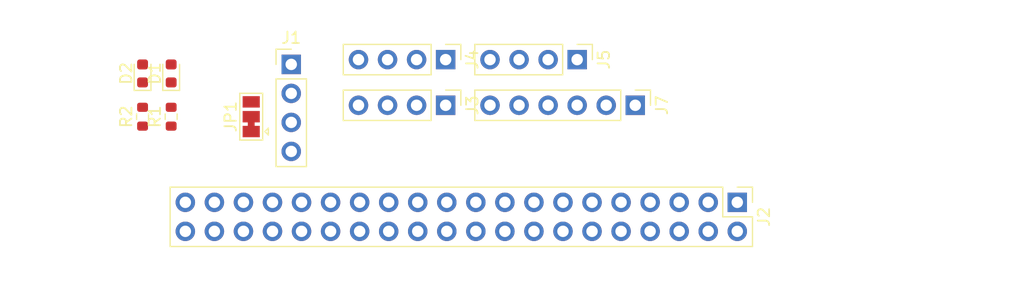
<source format=kicad_pcb>
(kicad_pcb (version 20171130) (host pcbnew 5.1.12-84ad8e8a86~92~ubuntu20.04.1)

  (general
    (thickness 1.6)
    (drawings 6)
    (tracks 0)
    (zones 0)
    (modules 11)
    (nets 36)
  )

  (page A4)
  (layers
    (0 F.Cu signal)
    (31 B.Cu signal)
    (32 B.Adhes user)
    (33 F.Adhes user)
    (34 B.Paste user)
    (35 F.Paste user)
    (36 B.SilkS user)
    (37 F.SilkS user)
    (38 B.Mask user)
    (39 F.Mask user)
    (40 Dwgs.User user)
    (41 Cmts.User user)
    (42 Eco1.User user)
    (43 Eco2.User user)
    (44 Edge.Cuts user)
    (45 Margin user)
    (46 B.CrtYd user)
    (47 F.CrtYd user)
    (48 B.Fab user)
    (49 F.Fab user)
  )

  (setup
    (last_trace_width 0.25)
    (trace_clearance 0.2)
    (zone_clearance 0.508)
    (zone_45_only no)
    (trace_min 0.2)
    (via_size 0.8)
    (via_drill 0.4)
    (via_min_size 0.4)
    (via_min_drill 0.3)
    (uvia_size 0.3)
    (uvia_drill 0.1)
    (uvias_allowed no)
    (uvia_min_size 0.2)
    (uvia_min_drill 0.1)
    (edge_width 0.05)
    (segment_width 0.2)
    (pcb_text_width 0.3)
    (pcb_text_size 1.5 1.5)
    (mod_edge_width 0.12)
    (mod_text_size 1 1)
    (mod_text_width 0.15)
    (pad_size 1.524 1.524)
    (pad_drill 0.762)
    (pad_to_mask_clearance 0)
    (aux_axis_origin 0 0)
    (visible_elements FFFFFF7F)
    (pcbplotparams
      (layerselection 0x010fc_ffffffff)
      (usegerberextensions false)
      (usegerberattributes true)
      (usegerberadvancedattributes true)
      (creategerberjobfile true)
      (excludeedgelayer true)
      (linewidth 0.100000)
      (plotframeref false)
      (viasonmask false)
      (mode 1)
      (useauxorigin false)
      (hpglpennumber 1)
      (hpglpenspeed 20)
      (hpglpendiameter 15.000000)
      (psnegative false)
      (psa4output false)
      (plotreference true)
      (plotvalue true)
      (plotinvisibletext false)
      (padsonsilk false)
      (subtractmaskfromsilk false)
      (outputformat 1)
      (mirror false)
      (drillshape 1)
      (scaleselection 1)
      (outputdirectory ""))
  )

  (net 0 "")
  (net 1 "Net-(D1-Pad2)")
  (net 2 "Net-(D1-Pad1)")
  (net 3 "Net-(D2-Pad2)")
  (net 4 "Net-(D2-Pad1)")
  (net 5 "Net-(J1-Pad4)")
  (net 6 GND)
  (net 7 "Net-(J1-Pad2)")
  (net 8 "Net-(J1-Pad1)")
  (net 9 "Net-(J2-Pad40)")
  (net 10 "Net-(J2-Pad38)")
  (net 11 "Net-(J2-Pad37)")
  (net 12 "Net-(J2-Pad36)")
  (net 13 "Net-(J2-Pad35)")
  (net 14 "Net-(J2-Pad32)")
  (net 15 "Net-(J2-Pad29)")
  (net 16 "Net-(J2-Pad28)")
  (net 17 "Net-(J2-Pad27)")
  (net 18 "Net-(J2-Pad26)")
  (net 19 "Net-(J2-Pad24)")
  (net 20 "Net-(J2-Pad23)")
  (net 21 "Net-(J2-Pad22)")
  (net 22 "Net-(J2-Pad21)")
  (net 23 "Net-(J2-Pad19)")
  (net 24 "Net-(J2-Pad18)")
  (net 25 +3V3)
  (net 26 "Net-(J2-Pad16)")
  (net 27 "Net-(J2-Pad15)")
  (net 28 "Net-(J2-Pad13)")
  (net 29 "Net-(J2-Pad12)")
  (net 30 "Net-(J2-Pad11)")
  (net 31 "Net-(J2-Pad7)")
  (net 32 "Net-(J2-Pad5)")
  (net 33 VCC)
  (net 34 "Net-(J2-Pad3)")
  (net 35 "Net-(J7-Pad1)")

  (net_class Default "This is the default net class."
    (clearance 0.2)
    (trace_width 0.25)
    (via_dia 0.8)
    (via_drill 0.4)
    (uvia_dia 0.3)
    (uvia_drill 0.1)
    (add_net +3V3)
    (add_net GND)
    (add_net "Net-(D1-Pad1)")
    (add_net "Net-(D1-Pad2)")
    (add_net "Net-(D2-Pad1)")
    (add_net "Net-(D2-Pad2)")
    (add_net "Net-(J1-Pad1)")
    (add_net "Net-(J1-Pad2)")
    (add_net "Net-(J1-Pad4)")
    (add_net "Net-(J2-Pad11)")
    (add_net "Net-(J2-Pad12)")
    (add_net "Net-(J2-Pad13)")
    (add_net "Net-(J2-Pad15)")
    (add_net "Net-(J2-Pad16)")
    (add_net "Net-(J2-Pad18)")
    (add_net "Net-(J2-Pad19)")
    (add_net "Net-(J2-Pad21)")
    (add_net "Net-(J2-Pad22)")
    (add_net "Net-(J2-Pad23)")
    (add_net "Net-(J2-Pad24)")
    (add_net "Net-(J2-Pad26)")
    (add_net "Net-(J2-Pad27)")
    (add_net "Net-(J2-Pad28)")
    (add_net "Net-(J2-Pad29)")
    (add_net "Net-(J2-Pad3)")
    (add_net "Net-(J2-Pad32)")
    (add_net "Net-(J2-Pad35)")
    (add_net "Net-(J2-Pad36)")
    (add_net "Net-(J2-Pad37)")
    (add_net "Net-(J2-Pad38)")
    (add_net "Net-(J2-Pad40)")
    (add_net "Net-(J2-Pad5)")
    (add_net "Net-(J2-Pad7)")
    (add_net "Net-(J7-Pad1)")
    (add_net VCC)
  )

  (module Resistor_SMD:R_0603_1608Metric (layer F.Cu) (tedit 5F68FEEE) (tstamp 62084520)
    (at 83 57.5 90)
    (descr "Resistor SMD 0603 (1608 Metric), square (rectangular) end terminal, IPC_7351 nominal, (Body size source: IPC-SM-782 page 72, https://www.pcb-3d.com/wordpress/wp-content/uploads/ipc-sm-782a_amendment_1_and_2.pdf), generated with kicad-footprint-generator")
    (tags resistor)
    (path /620A9E0D)
    (attr smd)
    (fp_text reference R2 (at 0 -1.43 90) (layer F.SilkS)
      (effects (font (size 1 1) (thickness 0.15)))
    )
    (fp_text value R (at 0 1.43 90) (layer F.Fab)
      (effects (font (size 1 1) (thickness 0.15)))
    )
    (fp_text user %R (at -1.5 0 180) (layer F.Fab)
      (effects (font (size 0.4 0.4) (thickness 0.06)))
    )
    (fp_line (start -0.8 0.4125) (end -0.8 -0.4125) (layer F.Fab) (width 0.1))
    (fp_line (start -0.8 -0.4125) (end 0.8 -0.4125) (layer F.Fab) (width 0.1))
    (fp_line (start 0.8 -0.4125) (end 0.8 0.4125) (layer F.Fab) (width 0.1))
    (fp_line (start 0.8 0.4125) (end -0.8 0.4125) (layer F.Fab) (width 0.1))
    (fp_line (start -0.237258 -0.5225) (end 0.237258 -0.5225) (layer F.SilkS) (width 0.12))
    (fp_line (start -0.237258 0.5225) (end 0.237258 0.5225) (layer F.SilkS) (width 0.12))
    (fp_line (start -1.48 0.73) (end -1.48 -0.73) (layer F.CrtYd) (width 0.05))
    (fp_line (start -1.48 -0.73) (end 1.48 -0.73) (layer F.CrtYd) (width 0.05))
    (fp_line (start 1.48 -0.73) (end 1.48 0.73) (layer F.CrtYd) (width 0.05))
    (fp_line (start 1.48 0.73) (end -1.48 0.73) (layer F.CrtYd) (width 0.05))
    (pad 2 smd roundrect (at 0.825 0 90) (size 0.8 0.95) (layers F.Cu F.Paste F.Mask) (roundrect_rratio 0.25)
      (net 4 "Net-(D2-Pad1)"))
    (pad 1 smd roundrect (at -0.825 0 90) (size 0.8 0.95) (layers F.Cu F.Paste F.Mask) (roundrect_rratio 0.25)
      (net 6 GND))
    (model ${KISYS3DMOD}/Resistor_SMD.3dshapes/R_0603_1608Metric.wrl
      (at (xyz 0 0 0))
      (scale (xyz 1 1 1))
      (rotate (xyz 0 0 0))
    )
  )

  (module Resistor_SMD:R_0603_1608Metric (layer F.Cu) (tedit 5F68FEEE) (tstamp 62083A5C)
    (at 85.5 57.5 90)
    (descr "Resistor SMD 0603 (1608 Metric), square (rectangular) end terminal, IPC_7351 nominal, (Body size source: IPC-SM-782 page 72, https://www.pcb-3d.com/wordpress/wp-content/uploads/ipc-sm-782a_amendment_1_and_2.pdf), generated with kicad-footprint-generator")
    (tags resistor)
    (path /620A6690)
    (attr smd)
    (fp_text reference R1 (at 0 -1.43 90) (layer F.SilkS)
      (effects (font (size 1 1) (thickness 0.15)))
    )
    (fp_text value R (at 0 1.43 90) (layer F.Fab)
      (effects (font (size 1 1) (thickness 0.15)))
    )
    (fp_text user %R (at 0 0 90) (layer F.Fab)
      (effects (font (size 0.4 0.4) (thickness 0.06)))
    )
    (fp_line (start -0.8 0.4125) (end -0.8 -0.4125) (layer F.Fab) (width 0.1))
    (fp_line (start -0.8 -0.4125) (end 0.8 -0.4125) (layer F.Fab) (width 0.1))
    (fp_line (start 0.8 -0.4125) (end 0.8 0.4125) (layer F.Fab) (width 0.1))
    (fp_line (start 0.8 0.4125) (end -0.8 0.4125) (layer F.Fab) (width 0.1))
    (fp_line (start -0.237258 -0.5225) (end 0.237258 -0.5225) (layer F.SilkS) (width 0.12))
    (fp_line (start -0.237258 0.5225) (end 0.237258 0.5225) (layer F.SilkS) (width 0.12))
    (fp_line (start -1.48 0.73) (end -1.48 -0.73) (layer F.CrtYd) (width 0.05))
    (fp_line (start -1.48 -0.73) (end 1.48 -0.73) (layer F.CrtYd) (width 0.05))
    (fp_line (start 1.48 -0.73) (end 1.48 0.73) (layer F.CrtYd) (width 0.05))
    (fp_line (start 1.48 0.73) (end -1.48 0.73) (layer F.CrtYd) (width 0.05))
    (pad 2 smd roundrect (at 0.825 0 90) (size 0.8 0.95) (layers F.Cu F.Paste F.Mask) (roundrect_rratio 0.25)
      (net 2 "Net-(D1-Pad1)"))
    (pad 1 smd roundrect (at -0.825 0 90) (size 0.8 0.95) (layers F.Cu F.Paste F.Mask) (roundrect_rratio 0.25)
      (net 6 GND))
    (model ${KISYS3DMOD}/Resistor_SMD.3dshapes/R_0603_1608Metric.wrl
      (at (xyz 0 0 0))
      (scale (xyz 1 1 1))
      (rotate (xyz 0 0 0))
    )
  )

  (module Jumper:SolderJumper-3_P1.3mm_Bridged12_Pad1.0x1.5mm (layer F.Cu) (tedit 5C756B4C) (tstamp 62083A4B)
    (at 92.5 57.5 90)
    (descr "SMD Solder 3-pad Jumper, 1x1.5mm Pads, 0.3mm gap, pads 1-2 bridged with 1 copper strip")
    (tags "solder jumper open")
    (path /62068CB6)
    (attr virtual)
    (fp_text reference JP1 (at 0 -1.8 90) (layer F.SilkS)
      (effects (font (size 1 1) (thickness 0.15)))
    )
    (fp_text value SolderJumper_3_Bridged12 (at 0 2 90) (layer F.Fab)
      (effects (font (size 1 1) (thickness 0.15)))
    )
    (fp_line (start -1.3 1.2) (end -1 1.5) (layer F.SilkS) (width 0.12))
    (fp_line (start -1.6 1.5) (end -1 1.5) (layer F.SilkS) (width 0.12))
    (fp_line (start -1.3 1.2) (end -1.6 1.5) (layer F.SilkS) (width 0.12))
    (fp_line (start -2.05 1) (end -2.05 -1) (layer F.SilkS) (width 0.12))
    (fp_line (start 2.05 1) (end -2.05 1) (layer F.SilkS) (width 0.12))
    (fp_line (start 2.05 -1) (end 2.05 1) (layer F.SilkS) (width 0.12))
    (fp_line (start -2.05 -1) (end 2.05 -1) (layer F.SilkS) (width 0.12))
    (fp_line (start -2.3 -1.25) (end 2.3 -1.25) (layer F.CrtYd) (width 0.05))
    (fp_line (start -2.3 -1.25) (end -2.3 1.25) (layer F.CrtYd) (width 0.05))
    (fp_line (start 2.3 1.25) (end 2.3 -1.25) (layer F.CrtYd) (width 0.05))
    (fp_line (start 2.3 1.25) (end -2.3 1.25) (layer F.CrtYd) (width 0.05))
    (fp_poly (pts (xy -0.9 -0.3) (xy -0.4 -0.3) (xy -0.4 0.3) (xy -0.9 0.3)) (layer F.Cu) (width 0))
    (pad 2 smd rect (at 0 0 90) (size 1 1.5) (layers F.Cu F.Mask)
      (net 5 "Net-(J1-Pad4)"))
    (pad 3 smd rect (at 1.3 0 90) (size 1 1.5) (layers F.Cu F.Mask)
      (net 25 +3V3))
    (pad 1 smd rect (at -1.3 0 90) (size 1 1.5) (layers F.Cu F.Mask)
      (net 33 VCC))
  )

  (module Connector_PinHeader_2.54mm:PinHeader_1x06_P2.54mm_Vertical (layer F.Cu) (tedit 59FED5CC) (tstamp 62083DDD)
    (at 126.08 56.5 270)
    (descr "Through hole straight pin header, 1x06, 2.54mm pitch, single row")
    (tags "Through hole pin header THT 1x06 2.54mm single row")
    (path /62031878)
    (fp_text reference J7 (at 0 -2.33 90) (layer F.SilkS)
      (effects (font (size 1 1) (thickness 0.15)))
    )
    (fp_text value Conn_01x06 (at 0 15.03 90) (layer F.Fab)
      (effects (font (size 1 1) (thickness 0.15)))
    )
    (fp_text user %R (at 0 6.35) (layer F.Fab)
      (effects (font (size 1 1) (thickness 0.15)))
    )
    (fp_line (start -0.635 -1.27) (end 1.27 -1.27) (layer F.Fab) (width 0.1))
    (fp_line (start 1.27 -1.27) (end 1.27 13.97) (layer F.Fab) (width 0.1))
    (fp_line (start 1.27 13.97) (end -1.27 13.97) (layer F.Fab) (width 0.1))
    (fp_line (start -1.27 13.97) (end -1.27 -0.635) (layer F.Fab) (width 0.1))
    (fp_line (start -1.27 -0.635) (end -0.635 -1.27) (layer F.Fab) (width 0.1))
    (fp_line (start -1.33 14.03) (end 1.33 14.03) (layer F.SilkS) (width 0.12))
    (fp_line (start -1.33 1.27) (end -1.33 14.03) (layer F.SilkS) (width 0.12))
    (fp_line (start 1.33 1.27) (end 1.33 14.03) (layer F.SilkS) (width 0.12))
    (fp_line (start -1.33 1.27) (end 1.33 1.27) (layer F.SilkS) (width 0.12))
    (fp_line (start -1.33 0) (end -1.33 -1.33) (layer F.SilkS) (width 0.12))
    (fp_line (start -1.33 -1.33) (end 0 -1.33) (layer F.SilkS) (width 0.12))
    (fp_line (start -1.8 -1.8) (end -1.8 14.5) (layer F.CrtYd) (width 0.05))
    (fp_line (start -1.8 14.5) (end 1.8 14.5) (layer F.CrtYd) (width 0.05))
    (fp_line (start 1.8 14.5) (end 1.8 -1.8) (layer F.CrtYd) (width 0.05))
    (fp_line (start 1.8 -1.8) (end -1.8 -1.8) (layer F.CrtYd) (width 0.05))
    (pad 6 thru_hole oval (at 0 12.7 270) (size 1.7 1.7) (drill 1) (layers *.Cu *.Mask)
      (net 6 GND))
    (pad 5 thru_hole oval (at 0 10.16 270) (size 1.7 1.7) (drill 1) (layers *.Cu *.Mask)
      (net 25 +3V3))
    (pad 4 thru_hole oval (at 0 7.62 270) (size 1.7 1.7) (drill 1) (layers *.Cu *.Mask)
      (net 32 "Net-(J2-Pad5)"))
    (pad 3 thru_hole oval (at 0 5.08 270) (size 1.7 1.7) (drill 1) (layers *.Cu *.Mask)
      (net 34 "Net-(J2-Pad3)"))
    (pad 2 thru_hole oval (at 0 2.54 270) (size 1.7 1.7) (drill 1) (layers *.Cu *.Mask)
      (net 6 GND))
    (pad 1 thru_hole rect (at 0 0 270) (size 1.7 1.7) (drill 1) (layers *.Cu *.Mask)
      (net 35 "Net-(J7-Pad1)"))
    (model ${KISYS3DMOD}/Connector_PinHeader_2.54mm.3dshapes/PinHeader_1x06_P2.54mm_Vertical.wrl
      (at (xyz 0 0 0))
      (scale (xyz 1 1 1))
      (rotate (xyz 0 0 0))
    )
  )

  (module Connector_PinHeader_2.54mm:PinHeader_1x04_P2.54mm_Vertical (layer F.Cu) (tedit 59FED5CC) (tstamp 62083A06)
    (at 121 52.5 270)
    (descr "Through hole straight pin header, 1x04, 2.54mm pitch, single row")
    (tags "Through hole pin header THT 1x04 2.54mm single row")
    (path /6202CBF7)
    (fp_text reference J5 (at 0 -2.33 90) (layer F.SilkS)
      (effects (font (size 1 1) (thickness 0.15)))
    )
    (fp_text value Conn_01x04 (at 0 9.95 90) (layer F.Fab)
      (effects (font (size 1 1) (thickness 0.15)))
    )
    (fp_text user %R (at 0 3.81) (layer F.Fab)
      (effects (font (size 1 1) (thickness 0.15)))
    )
    (fp_line (start -0.635 -1.27) (end 1.27 -1.27) (layer F.Fab) (width 0.1))
    (fp_line (start 1.27 -1.27) (end 1.27 8.89) (layer F.Fab) (width 0.1))
    (fp_line (start 1.27 8.89) (end -1.27 8.89) (layer F.Fab) (width 0.1))
    (fp_line (start -1.27 8.89) (end -1.27 -0.635) (layer F.Fab) (width 0.1))
    (fp_line (start -1.27 -0.635) (end -0.635 -1.27) (layer F.Fab) (width 0.1))
    (fp_line (start -1.33 8.95) (end 1.33 8.95) (layer F.SilkS) (width 0.12))
    (fp_line (start -1.33 1.27) (end -1.33 8.95) (layer F.SilkS) (width 0.12))
    (fp_line (start 1.33 1.27) (end 1.33 8.95) (layer F.SilkS) (width 0.12))
    (fp_line (start -1.33 1.27) (end 1.33 1.27) (layer F.SilkS) (width 0.12))
    (fp_line (start -1.33 0) (end -1.33 -1.33) (layer F.SilkS) (width 0.12))
    (fp_line (start -1.33 -1.33) (end 0 -1.33) (layer F.SilkS) (width 0.12))
    (fp_line (start -1.8 -1.8) (end -1.8 9.4) (layer F.CrtYd) (width 0.05))
    (fp_line (start -1.8 9.4) (end 1.8 9.4) (layer F.CrtYd) (width 0.05))
    (fp_line (start 1.8 9.4) (end 1.8 -1.8) (layer F.CrtYd) (width 0.05))
    (fp_line (start 1.8 -1.8) (end -1.8 -1.8) (layer F.CrtYd) (width 0.05))
    (pad 4 thru_hole oval (at 0 7.62 270) (size 1.7 1.7) (drill 1) (layers *.Cu *.Mask)
      (net 6 GND))
    (pad 3 thru_hole oval (at 0 5.08 270) (size 1.7 1.7) (drill 1) (layers *.Cu *.Mask)
      (net 25 +3V3))
    (pad 2 thru_hole oval (at 0 2.54 270) (size 1.7 1.7) (drill 1) (layers *.Cu *.Mask)
      (net 32 "Net-(J2-Pad5)"))
    (pad 1 thru_hole rect (at 0 0 270) (size 1.7 1.7) (drill 1) (layers *.Cu *.Mask)
      (net 34 "Net-(J2-Pad3)"))
    (model ${KISYS3DMOD}/Connector_PinHeader_2.54mm.3dshapes/PinHeader_1x04_P2.54mm_Vertical.wrl
      (at (xyz 0 0 0))
      (scale (xyz 1 1 1))
      (rotate (xyz 0 0 0))
    )
  )

  (module Connector_PinHeader_2.54mm:PinHeader_1x04_P2.54mm_Vertical (layer F.Cu) (tedit 59FED5CC) (tstamp 6208500A)
    (at 109.5 52.5 270)
    (descr "Through hole straight pin header, 1x04, 2.54mm pitch, single row")
    (tags "Through hole pin header THT 1x04 2.54mm single row")
    (path /6202C626)
    (fp_text reference J4 (at 0 -2.33 90) (layer F.SilkS)
      (effects (font (size 1 1) (thickness 0.15)))
    )
    (fp_text value Conn_01x04 (at 0 9.95 90) (layer F.Fab)
      (effects (font (size 1 1) (thickness 0.15)))
    )
    (fp_text user %R (at 0 3.81) (layer F.Fab)
      (effects (font (size 1 1) (thickness 0.15)))
    )
    (fp_line (start -0.635 -1.27) (end 1.27 -1.27) (layer F.Fab) (width 0.1))
    (fp_line (start 1.27 -1.27) (end 1.27 8.89) (layer F.Fab) (width 0.1))
    (fp_line (start 1.27 8.89) (end -1.27 8.89) (layer F.Fab) (width 0.1))
    (fp_line (start -1.27 8.89) (end -1.27 -0.635) (layer F.Fab) (width 0.1))
    (fp_line (start -1.27 -0.635) (end -0.635 -1.27) (layer F.Fab) (width 0.1))
    (fp_line (start -1.33 8.95) (end 1.33 8.95) (layer F.SilkS) (width 0.12))
    (fp_line (start -1.33 1.27) (end -1.33 8.95) (layer F.SilkS) (width 0.12))
    (fp_line (start 1.33 1.27) (end 1.33 8.95) (layer F.SilkS) (width 0.12))
    (fp_line (start -1.33 1.27) (end 1.33 1.27) (layer F.SilkS) (width 0.12))
    (fp_line (start -1.33 0) (end -1.33 -1.33) (layer F.SilkS) (width 0.12))
    (fp_line (start -1.33 -1.33) (end 0 -1.33) (layer F.SilkS) (width 0.12))
    (fp_line (start -1.8 -1.8) (end -1.8 9.4) (layer F.CrtYd) (width 0.05))
    (fp_line (start -1.8 9.4) (end 1.8 9.4) (layer F.CrtYd) (width 0.05))
    (fp_line (start 1.8 9.4) (end 1.8 -1.8) (layer F.CrtYd) (width 0.05))
    (fp_line (start 1.8 -1.8) (end -1.8 -1.8) (layer F.CrtYd) (width 0.05))
    (pad 4 thru_hole oval (at 0 7.62 270) (size 1.7 1.7) (drill 1) (layers *.Cu *.Mask)
      (net 6 GND))
    (pad 3 thru_hole oval (at 0 5.08 270) (size 1.7 1.7) (drill 1) (layers *.Cu *.Mask)
      (net 25 +3V3))
    (pad 2 thru_hole oval (at 0 2.54 270) (size 1.7 1.7) (drill 1) (layers *.Cu *.Mask)
      (net 16 "Net-(J2-Pad28)"))
    (pad 1 thru_hole rect (at 0 0 270) (size 1.7 1.7) (drill 1) (layers *.Cu *.Mask)
      (net 17 "Net-(J2-Pad27)"))
    (model ${KISYS3DMOD}/Connector_PinHeader_2.54mm.3dshapes/PinHeader_1x04_P2.54mm_Vertical.wrl
      (at (xyz 0 0 0))
      (scale (xyz 1 1 1))
      (rotate (xyz 0 0 0))
    )
  )

  (module Connector_PinHeader_2.54mm:PinHeader_1x04_P2.54mm_Vertical (layer F.Cu) (tedit 59FED5CC) (tstamp 62084057)
    (at 109.5 56.5 270)
    (descr "Through hole straight pin header, 1x04, 2.54mm pitch, single row")
    (tags "Through hole pin header THT 1x04 2.54mm single row")
    (path /6209687E)
    (fp_text reference J3 (at 0 -2.33 90) (layer F.SilkS)
      (effects (font (size 1 1) (thickness 0.15)))
    )
    (fp_text value Conn_01x04 (at 0 9.95 90) (layer F.Fab)
      (effects (font (size 1 1) (thickness 0.15)))
    )
    (fp_text user %R (at 0 3.81) (layer F.Fab)
      (effects (font (size 1 1) (thickness 0.15)))
    )
    (fp_line (start -0.635 -1.27) (end 1.27 -1.27) (layer F.Fab) (width 0.1))
    (fp_line (start 1.27 -1.27) (end 1.27 8.89) (layer F.Fab) (width 0.1))
    (fp_line (start 1.27 8.89) (end -1.27 8.89) (layer F.Fab) (width 0.1))
    (fp_line (start -1.27 8.89) (end -1.27 -0.635) (layer F.Fab) (width 0.1))
    (fp_line (start -1.27 -0.635) (end -0.635 -1.27) (layer F.Fab) (width 0.1))
    (fp_line (start -1.33 8.95) (end 1.33 8.95) (layer F.SilkS) (width 0.12))
    (fp_line (start -1.33 1.27) (end -1.33 8.95) (layer F.SilkS) (width 0.12))
    (fp_line (start 1.33 1.27) (end 1.33 8.95) (layer F.SilkS) (width 0.12))
    (fp_line (start -1.33 1.27) (end 1.33 1.27) (layer F.SilkS) (width 0.12))
    (fp_line (start -1.33 0) (end -1.33 -1.33) (layer F.SilkS) (width 0.12))
    (fp_line (start -1.33 -1.33) (end 0 -1.33) (layer F.SilkS) (width 0.12))
    (fp_line (start -1.8 -1.8) (end -1.8 9.4) (layer F.CrtYd) (width 0.05))
    (fp_line (start -1.8 9.4) (end 1.8 9.4) (layer F.CrtYd) (width 0.05))
    (fp_line (start 1.8 9.4) (end 1.8 -1.8) (layer F.CrtYd) (width 0.05))
    (fp_line (start 1.8 -1.8) (end -1.8 -1.8) (layer F.CrtYd) (width 0.05))
    (pad 4 thru_hole oval (at 0 7.62 270) (size 1.7 1.7) (drill 1) (layers *.Cu *.Mask)
      (net 6 GND))
    (pad 3 thru_hole oval (at 0 5.08 270) (size 1.7 1.7) (drill 1) (layers *.Cu *.Mask)
      (net 25 +3V3))
    (pad 2 thru_hole oval (at 0 2.54 270) (size 1.7 1.7) (drill 1) (layers *.Cu *.Mask)
      (net 16 "Net-(J2-Pad28)"))
    (pad 1 thru_hole rect (at 0 0 270) (size 1.7 1.7) (drill 1) (layers *.Cu *.Mask)
      (net 17 "Net-(J2-Pad27)"))
    (model ${KISYS3DMOD}/Connector_PinHeader_2.54mm.3dshapes/PinHeader_1x04_P2.54mm_Vertical.wrl
      (at (xyz 0 0 0))
      (scale (xyz 1 1 1))
      (rotate (xyz 0 0 0))
    )
  )

  (module Connector_PinHeader_2.54mm:PinHeader_2x20_P2.54mm_Vertical (layer F.Cu) (tedit 59FED5CC) (tstamp 620839BE)
    (at 135 65 270)
    (descr "Through hole straight pin header, 2x20, 2.54mm pitch, double rows")
    (tags "Through hole pin header THT 2x20 2.54mm double row")
    (path /616B03D3)
    (fp_text reference J2 (at 1.27 -2.33 90) (layer F.SilkS)
      (effects (font (size 1 1) (thickness 0.15)))
    )
    (fp_text value jetson_nano (at 1.27 50.59 90) (layer F.Fab)
      (effects (font (size 1 1) (thickness 0.15)))
    )
    (fp_text user %R (at 1.27 24.13) (layer F.Fab)
      (effects (font (size 1 1) (thickness 0.15)))
    )
    (fp_line (start 0 -1.27) (end 3.81 -1.27) (layer F.Fab) (width 0.1))
    (fp_line (start 3.81 -1.27) (end 3.81 49.53) (layer F.Fab) (width 0.1))
    (fp_line (start 3.81 49.53) (end -1.27 49.53) (layer F.Fab) (width 0.1))
    (fp_line (start -1.27 49.53) (end -1.27 0) (layer F.Fab) (width 0.1))
    (fp_line (start -1.27 0) (end 0 -1.27) (layer F.Fab) (width 0.1))
    (fp_line (start -1.33 49.59) (end 3.87 49.59) (layer F.SilkS) (width 0.12))
    (fp_line (start -1.33 1.27) (end -1.33 49.59) (layer F.SilkS) (width 0.12))
    (fp_line (start 3.87 -1.33) (end 3.87 49.59) (layer F.SilkS) (width 0.12))
    (fp_line (start -1.33 1.27) (end 1.27 1.27) (layer F.SilkS) (width 0.12))
    (fp_line (start 1.27 1.27) (end 1.27 -1.33) (layer F.SilkS) (width 0.12))
    (fp_line (start 1.27 -1.33) (end 3.87 -1.33) (layer F.SilkS) (width 0.12))
    (fp_line (start -1.33 0) (end -1.33 -1.33) (layer F.SilkS) (width 0.12))
    (fp_line (start -1.33 -1.33) (end 0 -1.33) (layer F.SilkS) (width 0.12))
    (fp_line (start -1.8 -1.8) (end -1.8 50.05) (layer F.CrtYd) (width 0.05))
    (fp_line (start -1.8 50.05) (end 4.35 50.05) (layer F.CrtYd) (width 0.05))
    (fp_line (start 4.35 50.05) (end 4.35 -1.8) (layer F.CrtYd) (width 0.05))
    (fp_line (start 4.35 -1.8) (end -1.8 -1.8) (layer F.CrtYd) (width 0.05))
    (pad 40 thru_hole oval (at 2.54 48.26 270) (size 1.7 1.7) (drill 1) (layers *.Cu *.Mask)
      (net 9 "Net-(J2-Pad40)"))
    (pad 39 thru_hole oval (at 0 48.26 270) (size 1.7 1.7) (drill 1) (layers *.Cu *.Mask)
      (net 6 GND))
    (pad 38 thru_hole oval (at 2.54 45.72 270) (size 1.7 1.7) (drill 1) (layers *.Cu *.Mask)
      (net 10 "Net-(J2-Pad38)"))
    (pad 37 thru_hole oval (at 0 45.72 270) (size 1.7 1.7) (drill 1) (layers *.Cu *.Mask)
      (net 11 "Net-(J2-Pad37)"))
    (pad 36 thru_hole oval (at 2.54 43.18 270) (size 1.7 1.7) (drill 1) (layers *.Cu *.Mask)
      (net 12 "Net-(J2-Pad36)"))
    (pad 35 thru_hole oval (at 0 43.18 270) (size 1.7 1.7) (drill 1) (layers *.Cu *.Mask)
      (net 13 "Net-(J2-Pad35)"))
    (pad 34 thru_hole oval (at 2.54 40.64 270) (size 1.7 1.7) (drill 1) (layers *.Cu *.Mask)
      (net 6 GND))
    (pad 33 thru_hole oval (at 0 40.64 270) (size 1.7 1.7) (drill 1) (layers *.Cu *.Mask)
      (net 1 "Net-(D1-Pad2)"))
    (pad 32 thru_hole oval (at 2.54 38.1 270) (size 1.7 1.7) (drill 1) (layers *.Cu *.Mask)
      (net 14 "Net-(J2-Pad32)"))
    (pad 31 thru_hole oval (at 0 38.1 270) (size 1.7 1.7) (drill 1) (layers *.Cu *.Mask)
      (net 3 "Net-(D2-Pad2)"))
    (pad 30 thru_hole oval (at 2.54 35.56 270) (size 1.7 1.7) (drill 1) (layers *.Cu *.Mask)
      (net 6 GND))
    (pad 29 thru_hole oval (at 0 35.56 270) (size 1.7 1.7) (drill 1) (layers *.Cu *.Mask)
      (net 15 "Net-(J2-Pad29)"))
    (pad 28 thru_hole oval (at 2.54 33.02 270) (size 1.7 1.7) (drill 1) (layers *.Cu *.Mask)
      (net 16 "Net-(J2-Pad28)"))
    (pad 27 thru_hole oval (at 0 33.02 270) (size 1.7 1.7) (drill 1) (layers *.Cu *.Mask)
      (net 17 "Net-(J2-Pad27)"))
    (pad 26 thru_hole oval (at 2.54 30.48 270) (size 1.7 1.7) (drill 1) (layers *.Cu *.Mask)
      (net 18 "Net-(J2-Pad26)"))
    (pad 25 thru_hole oval (at 0 30.48 270) (size 1.7 1.7) (drill 1) (layers *.Cu *.Mask)
      (net 6 GND))
    (pad 24 thru_hole oval (at 2.54 27.94 270) (size 1.7 1.7) (drill 1) (layers *.Cu *.Mask)
      (net 19 "Net-(J2-Pad24)"))
    (pad 23 thru_hole oval (at 0 27.94 270) (size 1.7 1.7) (drill 1) (layers *.Cu *.Mask)
      (net 20 "Net-(J2-Pad23)"))
    (pad 22 thru_hole oval (at 2.54 25.4 270) (size 1.7 1.7) (drill 1) (layers *.Cu *.Mask)
      (net 21 "Net-(J2-Pad22)"))
    (pad 21 thru_hole oval (at 0 25.4 270) (size 1.7 1.7) (drill 1) (layers *.Cu *.Mask)
      (net 22 "Net-(J2-Pad21)"))
    (pad 20 thru_hole oval (at 2.54 22.86 270) (size 1.7 1.7) (drill 1) (layers *.Cu *.Mask)
      (net 6 GND))
    (pad 19 thru_hole oval (at 0 22.86 270) (size 1.7 1.7) (drill 1) (layers *.Cu *.Mask)
      (net 23 "Net-(J2-Pad19)"))
    (pad 18 thru_hole oval (at 2.54 20.32 270) (size 1.7 1.7) (drill 1) (layers *.Cu *.Mask)
      (net 24 "Net-(J2-Pad18)"))
    (pad 17 thru_hole oval (at 0 20.32 270) (size 1.7 1.7) (drill 1) (layers *.Cu *.Mask)
      (net 25 +3V3))
    (pad 16 thru_hole oval (at 2.54 17.78 270) (size 1.7 1.7) (drill 1) (layers *.Cu *.Mask)
      (net 26 "Net-(J2-Pad16)"))
    (pad 15 thru_hole oval (at 0 17.78 270) (size 1.7 1.7) (drill 1) (layers *.Cu *.Mask)
      (net 27 "Net-(J2-Pad15)"))
    (pad 14 thru_hole oval (at 2.54 15.24 270) (size 1.7 1.7) (drill 1) (layers *.Cu *.Mask)
      (net 6 GND))
    (pad 13 thru_hole oval (at 0 15.24 270) (size 1.7 1.7) (drill 1) (layers *.Cu *.Mask)
      (net 28 "Net-(J2-Pad13)"))
    (pad 12 thru_hole oval (at 2.54 12.7 270) (size 1.7 1.7) (drill 1) (layers *.Cu *.Mask)
      (net 29 "Net-(J2-Pad12)"))
    (pad 11 thru_hole oval (at 0 12.7 270) (size 1.7 1.7) (drill 1) (layers *.Cu *.Mask)
      (net 30 "Net-(J2-Pad11)"))
    (pad 10 thru_hole oval (at 2.54 10.16 270) (size 1.7 1.7) (drill 1) (layers *.Cu *.Mask)
      (net 8 "Net-(J1-Pad1)"))
    (pad 9 thru_hole oval (at 0 10.16 270) (size 1.7 1.7) (drill 1) (layers *.Cu *.Mask)
      (net 6 GND))
    (pad 8 thru_hole oval (at 2.54 7.62 270) (size 1.7 1.7) (drill 1) (layers *.Cu *.Mask)
      (net 7 "Net-(J1-Pad2)"))
    (pad 7 thru_hole oval (at 0 7.62 270) (size 1.7 1.7) (drill 1) (layers *.Cu *.Mask)
      (net 31 "Net-(J2-Pad7)"))
    (pad 6 thru_hole oval (at 2.54 5.08 270) (size 1.7 1.7) (drill 1) (layers *.Cu *.Mask)
      (net 6 GND))
    (pad 5 thru_hole oval (at 0 5.08 270) (size 1.7 1.7) (drill 1) (layers *.Cu *.Mask)
      (net 32 "Net-(J2-Pad5)"))
    (pad 4 thru_hole oval (at 2.54 2.54 270) (size 1.7 1.7) (drill 1) (layers *.Cu *.Mask)
      (net 33 VCC))
    (pad 3 thru_hole oval (at 0 2.54 270) (size 1.7 1.7) (drill 1) (layers *.Cu *.Mask)
      (net 34 "Net-(J2-Pad3)"))
    (pad 2 thru_hole oval (at 2.54 0 270) (size 1.7 1.7) (drill 1) (layers *.Cu *.Mask)
      (net 33 VCC))
    (pad 1 thru_hole rect (at 0 0 270) (size 1.7 1.7) (drill 1) (layers *.Cu *.Mask)
      (net 25 +3V3))
    (model ${KISYS3DMOD}/Connector_PinHeader_2.54mm.3dshapes/PinHeader_2x20_P2.54mm_Vertical.wrl
      (at (xyz 0 0 0))
      (scale (xyz 1 1 1))
      (rotate (xyz 0 0 0))
    )
  )

  (module Connector_PinHeader_2.54mm:PinHeader_1x04_P2.54mm_Vertical (layer F.Cu) (tedit 59FED5CC) (tstamp 620851F5)
    (at 96 52.92)
    (descr "Through hole straight pin header, 1x04, 2.54mm pitch, single row")
    (tags "Through hole pin header THT 1x04 2.54mm single row")
    (path /62055500)
    (fp_text reference J1 (at 0 -2.33) (layer F.SilkS)
      (effects (font (size 1 1) (thickness 0.15)))
    )
    (fp_text value Conn_01x04 (at 0 9.95) (layer F.Fab)
      (effects (font (size 1 1) (thickness 0.15)))
    )
    (fp_text user %R (at 0 3.81 90) (layer F.Fab)
      (effects (font (size 1 1) (thickness 0.15)))
    )
    (fp_line (start -0.635 -1.27) (end 1.27 -1.27) (layer F.Fab) (width 0.1))
    (fp_line (start 1.27 -1.27) (end 1.27 8.89) (layer F.Fab) (width 0.1))
    (fp_line (start 1.27 8.89) (end -1.27 8.89) (layer F.Fab) (width 0.1))
    (fp_line (start -1.27 8.89) (end -1.27 -0.635) (layer F.Fab) (width 0.1))
    (fp_line (start -1.27 -0.635) (end -0.635 -1.27) (layer F.Fab) (width 0.1))
    (fp_line (start -1.33 8.95) (end 1.33 8.95) (layer F.SilkS) (width 0.12))
    (fp_line (start -1.33 1.27) (end -1.33 8.95) (layer F.SilkS) (width 0.12))
    (fp_line (start 1.33 1.27) (end 1.33 8.95) (layer F.SilkS) (width 0.12))
    (fp_line (start -1.33 1.27) (end 1.33 1.27) (layer F.SilkS) (width 0.12))
    (fp_line (start -1.33 0) (end -1.33 -1.33) (layer F.SilkS) (width 0.12))
    (fp_line (start -1.33 -1.33) (end 0 -1.33) (layer F.SilkS) (width 0.12))
    (fp_line (start -1.8 -1.8) (end -1.8 9.4) (layer F.CrtYd) (width 0.05))
    (fp_line (start -1.8 9.4) (end 1.8 9.4) (layer F.CrtYd) (width 0.05))
    (fp_line (start 1.8 9.4) (end 1.8 -1.8) (layer F.CrtYd) (width 0.05))
    (fp_line (start 1.8 -1.8) (end -1.8 -1.8) (layer F.CrtYd) (width 0.05))
    (pad 4 thru_hole oval (at 0 7.62) (size 1.7 1.7) (drill 1) (layers *.Cu *.Mask)
      (net 5 "Net-(J1-Pad4)"))
    (pad 3 thru_hole oval (at 0 5.08) (size 1.7 1.7) (drill 1) (layers *.Cu *.Mask)
      (net 6 GND))
    (pad 2 thru_hole oval (at 0 2.54) (size 1.7 1.7) (drill 1) (layers *.Cu *.Mask)
      (net 7 "Net-(J1-Pad2)"))
    (pad 1 thru_hole rect (at 0 0) (size 1.7 1.7) (drill 1) (layers *.Cu *.Mask)
      (net 8 "Net-(J1-Pad1)"))
    (model ${KISYS3DMOD}/Connector_PinHeader_2.54mm.3dshapes/PinHeader_1x04_P2.54mm_Vertical.wrl
      (at (xyz 0 0 0))
      (scale (xyz 1 1 1))
      (rotate (xyz 0 0 0))
    )
  )

  (module LED_SMD:LED_0603_1608Metric (layer F.Cu) (tedit 5F68FEF1) (tstamp 62083968)
    (at 83 53.7125 90)
    (descr "LED SMD 0603 (1608 Metric), square (rectangular) end terminal, IPC_7351 nominal, (Body size source: http://www.tortai-tech.com/upload/download/2011102023233369053.pdf), generated with kicad-footprint-generator")
    (tags LED)
    (path /620A569B)
    (attr smd)
    (fp_text reference D2 (at 0 -1.43 90) (layer F.SilkS)
      (effects (font (size 1 1) (thickness 0.15)))
    )
    (fp_text value LED (at 0 1.43 90) (layer F.Fab)
      (effects (font (size 1 1) (thickness 0.15)))
    )
    (fp_text user %R (at 0 0 90) (layer F.Fab)
      (effects (font (size 0.4 0.4) (thickness 0.06)))
    )
    (fp_line (start 0.8 -0.4) (end -0.5 -0.4) (layer F.Fab) (width 0.1))
    (fp_line (start -0.5 -0.4) (end -0.8 -0.1) (layer F.Fab) (width 0.1))
    (fp_line (start -0.8 -0.1) (end -0.8 0.4) (layer F.Fab) (width 0.1))
    (fp_line (start -0.8 0.4) (end 0.8 0.4) (layer F.Fab) (width 0.1))
    (fp_line (start 0.8 0.4) (end 0.8 -0.4) (layer F.Fab) (width 0.1))
    (fp_line (start 0.8 -0.735) (end -1.485 -0.735) (layer F.SilkS) (width 0.12))
    (fp_line (start -1.485 -0.735) (end -1.485 0.735) (layer F.SilkS) (width 0.12))
    (fp_line (start -1.485 0.735) (end 0.8 0.735) (layer F.SilkS) (width 0.12))
    (fp_line (start -1.48 0.73) (end -1.48 -0.73) (layer F.CrtYd) (width 0.05))
    (fp_line (start -1.48 -0.73) (end 1.48 -0.73) (layer F.CrtYd) (width 0.05))
    (fp_line (start 1.48 -0.73) (end 1.48 0.73) (layer F.CrtYd) (width 0.05))
    (fp_line (start 1.48 0.73) (end -1.48 0.73) (layer F.CrtYd) (width 0.05))
    (pad 2 smd roundrect (at 0.7875 0 90) (size 0.875 0.95) (layers F.Cu F.Paste F.Mask) (roundrect_rratio 0.25)
      (net 3 "Net-(D2-Pad2)"))
    (pad 1 smd roundrect (at -0.7875 0 90) (size 0.875 0.95) (layers F.Cu F.Paste F.Mask) (roundrect_rratio 0.25)
      (net 4 "Net-(D2-Pad1)"))
    (model ${KISYS3DMOD}/LED_SMD.3dshapes/LED_0603_1608Metric.wrl
      (at (xyz 0 0 0))
      (scale (xyz 1 1 1))
      (rotate (xyz 0 0 0))
    )
  )

  (module LED_SMD:LED_0603_1608Metric (layer F.Cu) (tedit 5F68FEF1) (tstamp 62084663)
    (at 85.5 53.7125 90)
    (descr "LED SMD 0603 (1608 Metric), square (rectangular) end terminal, IPC_7351 nominal, (Body size source: http://www.tortai-tech.com/upload/download/2011102023233369053.pdf), generated with kicad-footprint-generator")
    (tags LED)
    (path /620A4F27)
    (attr smd)
    (fp_text reference D1 (at 0 -1.43 90) (layer F.SilkS)
      (effects (font (size 1 1) (thickness 0.15)))
    )
    (fp_text value LED (at 0 1.43 90) (layer F.Fab)
      (effects (font (size 1 1) (thickness 0.15)))
    )
    (fp_text user %R (at 0 0 90) (layer F.Fab)
      (effects (font (size 0.4 0.4) (thickness 0.06)))
    )
    (fp_line (start 0.8 -0.4) (end -0.5 -0.4) (layer F.Fab) (width 0.1))
    (fp_line (start -0.5 -0.4) (end -0.8 -0.1) (layer F.Fab) (width 0.1))
    (fp_line (start -0.8 -0.1) (end -0.8 0.4) (layer F.Fab) (width 0.1))
    (fp_line (start -0.8 0.4) (end 0.8 0.4) (layer F.Fab) (width 0.1))
    (fp_line (start 0.8 0.4) (end 0.8 -0.4) (layer F.Fab) (width 0.1))
    (fp_line (start 0.8 -0.735) (end -1.485 -0.735) (layer F.SilkS) (width 0.12))
    (fp_line (start -1.485 -0.735) (end -1.485 0.735) (layer F.SilkS) (width 0.12))
    (fp_line (start -1.485 0.735) (end 0.8 0.735) (layer F.SilkS) (width 0.12))
    (fp_line (start -1.48 0.73) (end -1.48 -0.73) (layer F.CrtYd) (width 0.05))
    (fp_line (start -1.48 -0.73) (end 1.48 -0.73) (layer F.CrtYd) (width 0.05))
    (fp_line (start 1.48 -0.73) (end 1.48 0.73) (layer F.CrtYd) (width 0.05))
    (fp_line (start 1.48 0.73) (end -1.48 0.73) (layer F.CrtYd) (width 0.05))
    (pad 2 smd roundrect (at 0.7875 0 90) (size 0.875 0.95) (layers F.Cu F.Paste F.Mask) (roundrect_rratio 0.25)
      (net 1 "Net-(D1-Pad2)"))
    (pad 1 smd roundrect (at -0.7875 0 90) (size 0.875 0.95) (layers F.Cu F.Paste F.Mask) (roundrect_rratio 0.25)
      (net 2 "Net-(D1-Pad1)"))
    (model ${KISYS3DMOD}/LED_SMD.3dshapes/LED_0603_1608Metric.wrl
      (at (xyz 0 0 0))
      (scale (xyz 1 1 1))
      (rotate (xyz 0 0 0))
    )
  )

  (dimension 20 (width 0.15) (layer Dwgs.User)
    (gr_text "20.000 mm" (at 74.200001 60 270) (layer Dwgs.User)
      (effects (font (size 1 1) (thickness 0.15)))
    )
    (feature1 (pts (xy 80 70) (xy 74.91358 70)))
    (feature2 (pts (xy 80 50) (xy 74.91358 50)))
    (crossbar (pts (xy 75.500001 50) (xy 75.500001 70)))
    (arrow1a (pts (xy 75.500001 70) (xy 74.91358 68.873496)))
    (arrow1b (pts (xy 75.500001 70) (xy 76.086422 68.873496)))
    (arrow2a (pts (xy 75.500001 50) (xy 74.91358 51.126504)))
    (arrow2b (pts (xy 75.500001 50) (xy 76.086422 51.126504)))
  )
  (dimension 80 (width 0.15) (layer Dwgs.User)
    (gr_text "80.000 mm" (at 120 74.8) (layer Dwgs.User)
      (effects (font (size 1 1) (thickness 0.15)))
    )
    (feature1 (pts (xy 160 70) (xy 160 74.086421)))
    (feature2 (pts (xy 80 70) (xy 80 74.086421)))
    (crossbar (pts (xy 80 73.5) (xy 160 73.5)))
    (arrow1a (pts (xy 160 73.5) (xy 158.873496 74.086421)))
    (arrow1b (pts (xy 160 73.5) (xy 158.873496 72.913579)))
    (arrow2a (pts (xy 80 73.5) (xy 81.126504 74.086421)))
    (arrow2b (pts (xy 80 73.5) (xy 81.126504 72.913579)))
  )
  (gr_line (start 80 70) (end 80 50) (layer Dwgs.User) (width 0.15) (tstamp 62083CB4))
  (gr_line (start 160 70) (end 80 70) (layer Dwgs.User) (width 0.15))
  (gr_line (start 160 50) (end 160 70) (layer Dwgs.User) (width 0.15))
  (gr_line (start 80 50) (end 160 50) (layer Dwgs.User) (width 0.15))

)

</source>
